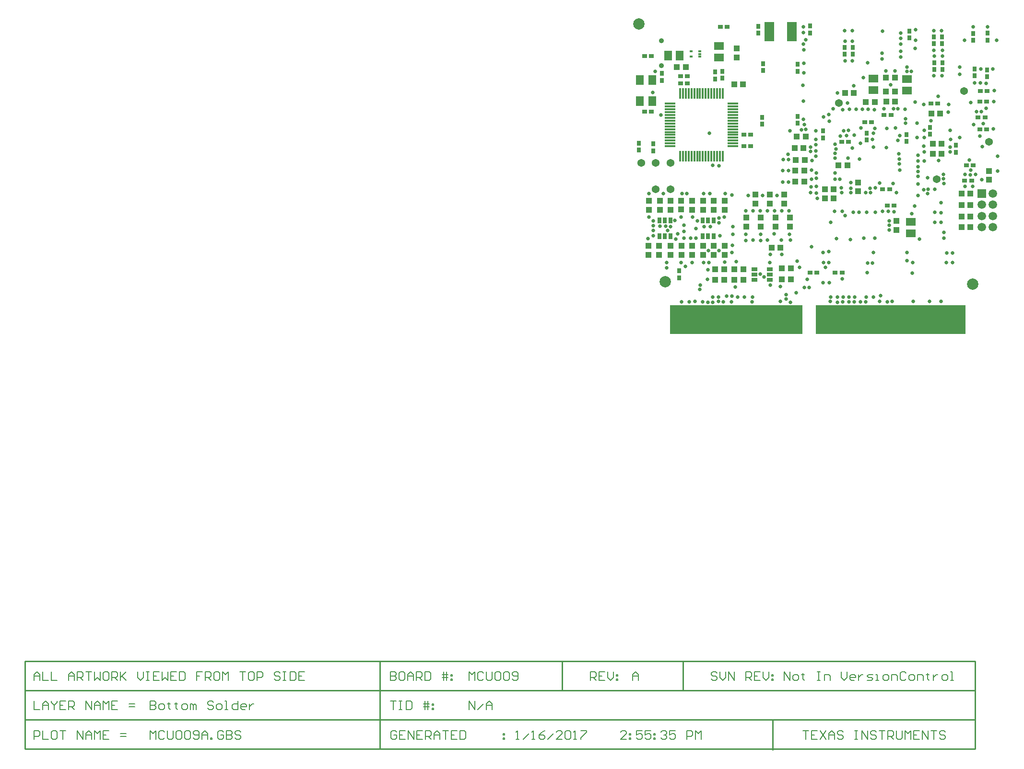
<source format=gbs>
G04 Layer_Color=16711935*
%FSAX25Y25*%
%MOIN*%
G70*
G01*
G75*
%ADD27R,0.02165X0.11024*%
%ADD39C,0.01000*%
%ADD40C,0.00800*%
%ADD41C,0.03543*%
%ADD83R,1.04095X0.20472*%
%ADD99C,0.07874*%
G04:AMPARAMS|DCode=100|XSize=27.56mil|YSize=43.31mil|CornerRadius=3.98mil|HoleSize=0mil|Usage=FLASHONLY|Rotation=0.000|XOffset=0mil|YOffset=0mil|HoleType=Round|Shape=RoundedRectangle|*
%AMROUNDEDRECTD100*
21,1,0.02756,0.03535,0,0,0.0*
21,1,0.01961,0.04331,0,0,0.0*
1,1,0.00795,0.00980,-0.01768*
1,1,0.00795,-0.00980,-0.01768*
1,1,0.00795,-0.00980,0.01768*
1,1,0.00795,0.00980,0.01768*
%
%ADD100ROUNDEDRECTD100*%
%ADD103R,0.03543X0.02756*%
%ADD104R,0.04134X0.04331*%
%ADD105R,0.02756X0.03543*%
%ADD106R,0.04331X0.04134*%
%ADD108R,0.05394X0.06694*%
%ADD109R,0.06694X0.05394*%
%ADD110C,0.05394*%
%ADD111C,0.05905*%
%ADD112R,0.05905X0.05905*%
%ADD113C,0.02594*%
%ADD114R,0.92244X0.20472*%
%ADD115O,0.07480X0.01575*%
%ADD116O,0.01575X0.07480*%
%ADD117R,0.05315X0.06693*%
%ADD118R,0.02362X0.01575*%
%ADD119R,0.06693X0.13779*%
G04:AMPARAMS|DCode=120|XSize=27.56mil|YSize=43.31mil|CornerRadius=3.98mil|HoleSize=0mil|Usage=FLASHONLY|Rotation=90.000|XOffset=0mil|YOffset=0mil|HoleType=Round|Shape=RoundedRectangle|*
%AMROUNDEDRECTD120*
21,1,0.02756,0.03535,0,0,90.0*
21,1,0.01961,0.04331,0,0,90.0*
1,1,0.00795,0.01768,0.00980*
1,1,0.00795,0.01768,-0.00980*
1,1,0.00795,-0.01768,-0.00980*
1,1,0.00795,-0.01768,0.00980*
%
%ADD120ROUNDEDRECTD120*%
G54D27*
X0690421Y0338093D02*
D03*
X0687272D02*
D03*
X0684122D02*
D03*
X0680973D02*
D03*
X0677823D02*
D03*
X0674673D02*
D03*
X0671524D02*
D03*
X0668374D02*
D03*
X0665225D02*
D03*
X0662075D02*
D03*
X0658925D02*
D03*
X0655776D02*
D03*
X0652626D02*
D03*
X0649476D02*
D03*
X0646327D02*
D03*
X0643177D02*
D03*
X0640028D02*
D03*
X0636878D02*
D03*
X0633729D02*
D03*
X0630579D02*
D03*
X0627429D02*
D03*
X0624280D02*
D03*
X0621130D02*
D03*
X0617980D02*
D03*
X0614831D02*
D03*
X0611681D02*
D03*
X0608532D02*
D03*
X0605382D02*
D03*
X0602232D02*
D03*
X0599083D02*
D03*
X0595933D02*
D03*
X0592784D02*
D03*
X0577036D02*
D03*
X0573886D02*
D03*
X0570736D02*
D03*
X0567587D02*
D03*
X0564437D02*
D03*
X0561287D02*
D03*
X0558138D02*
D03*
X0554988D02*
D03*
X0551839D02*
D03*
X0548689D02*
D03*
X0545540D02*
D03*
X0542390D02*
D03*
X0539240D02*
D03*
X0536091D02*
D03*
X0532941D02*
D03*
X0529791D02*
D03*
X0526642D02*
D03*
X0523492D02*
D03*
X0520343D02*
D03*
X0517193D02*
D03*
X0514043D02*
D03*
X0510894D02*
D03*
X0507744D02*
D03*
X0504595D02*
D03*
X0501445D02*
D03*
X0498295D02*
D03*
X0495146D02*
D03*
X0491996D02*
D03*
G54D39*
X0497200Y0080717D02*
Y0101050D01*
X0413200Y0080717D02*
Y0101050D01*
X0040000Y0080717D02*
X0700200D01*
X0040000Y0060383D02*
X0700000D01*
X0040000Y0040050D02*
X0440500D01*
X0040050Y0101050D02*
X0700200D01*
X0040050Y0040050D02*
Y0101050D01*
Y0040050D02*
X0197600D01*
X0040000D02*
Y0101050D01*
X0286500Y0040050D02*
Y0101050D01*
X0700200Y0040050D02*
Y0101050D01*
X0440500Y0040050D02*
X0700200D01*
X0559400Y0039400D02*
Y0059683D01*
G54D40*
X0126900Y0073549D02*
Y0067551D01*
X0129899D01*
X0130899Y0068550D01*
Y0069550D01*
X0129899Y0070550D01*
X0126900D01*
X0129899D01*
X0130899Y0071549D01*
Y0072549D01*
X0129899Y0073549D01*
X0126900D01*
X0133898Y0067551D02*
X0135897D01*
X0136897Y0068550D01*
Y0070550D01*
X0135897Y0071549D01*
X0133898D01*
X0132898Y0070550D01*
Y0068550D01*
X0133898Y0067551D01*
X0139896Y0072549D02*
Y0071549D01*
X0138896D01*
X0140895D01*
X0139896D01*
Y0068550D01*
X0140895Y0067551D01*
X0144894Y0072549D02*
Y0071549D01*
X0143895D01*
X0145894D01*
X0144894D01*
Y0068550D01*
X0145894Y0067551D01*
X0149893D02*
X0151892D01*
X0152892Y0068550D01*
Y0070550D01*
X0151892Y0071549D01*
X0149893D01*
X0148893Y0070550D01*
Y0068550D01*
X0149893Y0067551D01*
X0154891D02*
Y0071549D01*
X0155891D01*
X0156890Y0070550D01*
Y0067551D01*
Y0070550D01*
X0157890Y0071549D01*
X0158890Y0070550D01*
Y0067551D01*
X0170886Y0072549D02*
X0169886Y0073549D01*
X0167887D01*
X0166887Y0072549D01*
Y0071549D01*
X0167887Y0070550D01*
X0169886D01*
X0170886Y0069550D01*
Y0068550D01*
X0169886Y0067551D01*
X0167887D01*
X0166887Y0068550D01*
X0173885Y0067551D02*
X0175884D01*
X0176884Y0068550D01*
Y0070550D01*
X0175884Y0071549D01*
X0173885D01*
X0172885Y0070550D01*
Y0068550D01*
X0173885Y0067551D01*
X0178883D02*
X0180883D01*
X0179883D01*
Y0073549D01*
X0178883D01*
X0187880D02*
Y0067551D01*
X0184881D01*
X0183882Y0068550D01*
Y0070550D01*
X0184881Y0071549D01*
X0187880D01*
X0192879Y0067551D02*
X0190879D01*
X0189880Y0068550D01*
Y0070550D01*
X0190879Y0071549D01*
X0192879D01*
X0193878Y0070550D01*
Y0069550D01*
X0189880D01*
X0195878Y0071549D02*
Y0067551D01*
Y0069550D01*
X0196877Y0070550D01*
X0197877Y0071549D01*
X0198877D01*
X0567400Y0087833D02*
Y0093831D01*
X0571399Y0087833D01*
Y0093831D01*
X0574398Y0087833D02*
X0576397D01*
X0577397Y0088833D01*
Y0090832D01*
X0576397Y0091832D01*
X0574398D01*
X0573398Y0090832D01*
Y0088833D01*
X0574398Y0087833D01*
X0580396Y0092832D02*
Y0091832D01*
X0579396D01*
X0581395D01*
X0580396D01*
Y0088833D01*
X0581395Y0087833D01*
X0590393Y0093831D02*
X0592392D01*
X0591392D01*
Y0087833D01*
X0590393D01*
X0592392D01*
X0595391D02*
Y0091832D01*
X0598390D01*
X0599390Y0090832D01*
Y0087833D01*
X0607387Y0093831D02*
Y0089833D01*
X0609386Y0087833D01*
X0611386Y0089833D01*
Y0093831D01*
X0616384Y0087833D02*
X0614385D01*
X0613385Y0088833D01*
Y0090832D01*
X0614385Y0091832D01*
X0616384D01*
X0617384Y0090832D01*
Y0089833D01*
X0613385D01*
X0619383Y0091832D02*
Y0087833D01*
Y0089833D01*
X0620383Y0090832D01*
X0621383Y0091832D01*
X0622382D01*
X0625381Y0087833D02*
X0628380D01*
X0629380Y0088833D01*
X0628380Y0089833D01*
X0626381D01*
X0625381Y0090832D01*
X0626381Y0091832D01*
X0629380D01*
X0631379Y0087833D02*
X0633379D01*
X0632379D01*
Y0091832D01*
X0631379D01*
X0637377Y0087833D02*
X0639377D01*
X0640376Y0088833D01*
Y0090832D01*
X0639377Y0091832D01*
X0637377D01*
X0636378Y0090832D01*
Y0088833D01*
X0637377Y0087833D01*
X0642376D02*
Y0091832D01*
X0645375D01*
X0646374Y0090832D01*
Y0087833D01*
X0652373Y0092832D02*
X0651373Y0093831D01*
X0649373D01*
X0648374Y0092832D01*
Y0088833D01*
X0649373Y0087833D01*
X0651373D01*
X0652373Y0088833D01*
X0655372Y0087833D02*
X0657371D01*
X0658371Y0088833D01*
Y0090832D01*
X0657371Y0091832D01*
X0655372D01*
X0654372Y0090832D01*
Y0088833D01*
X0655372Y0087833D01*
X0660370D02*
Y0091832D01*
X0663369D01*
X0664369Y0090832D01*
Y0087833D01*
X0667368Y0092832D02*
Y0091832D01*
X0666368D01*
X0668367D01*
X0667368D01*
Y0088833D01*
X0668367Y0087833D01*
X0671366Y0091832D02*
Y0087833D01*
Y0089833D01*
X0672366Y0090832D01*
X0673366Y0091832D01*
X0674365D01*
X0678364Y0087833D02*
X0680364D01*
X0681363Y0088833D01*
Y0090832D01*
X0680364Y0091832D01*
X0678364D01*
X0677364Y0090832D01*
Y0088833D01*
X0678364Y0087833D01*
X0683362D02*
X0685362D01*
X0684362D01*
Y0093831D01*
X0683362D01*
X0520799Y0092832D02*
X0519799Y0093831D01*
X0517800D01*
X0516800Y0092832D01*
Y0091832D01*
X0517800Y0090832D01*
X0519799D01*
X0520799Y0089833D01*
Y0088833D01*
X0519799Y0087833D01*
X0517800D01*
X0516800Y0088833D01*
X0522798Y0093831D02*
Y0089833D01*
X0524797Y0087833D01*
X0526797Y0089833D01*
Y0093831D01*
X0528796Y0087833D02*
Y0093831D01*
X0532795Y0087833D01*
Y0093831D01*
X0540792Y0087833D02*
Y0093831D01*
X0543791D01*
X0544791Y0092832D01*
Y0090832D01*
X0543791Y0089833D01*
X0540792D01*
X0542792D02*
X0544791Y0087833D01*
X0550789Y0093831D02*
X0546790D01*
Y0087833D01*
X0550789D01*
X0546790Y0090832D02*
X0548790D01*
X0552788Y0093831D02*
Y0089833D01*
X0554788Y0087833D01*
X0556787Y0089833D01*
Y0093831D01*
X0558786Y0091832D02*
X0559786D01*
Y0090832D01*
X0558786D01*
Y0091832D01*
Y0088833D02*
X0559786D01*
Y0087833D01*
X0558786D01*
Y0088833D01*
X0433000Y0087833D02*
Y0093831D01*
X0435999D01*
X0436999Y0092832D01*
Y0090832D01*
X0435999Y0089833D01*
X0433000D01*
X0434999D02*
X0436999Y0087833D01*
X0442997Y0093831D02*
X0438998D01*
Y0087833D01*
X0442997D01*
X0438998Y0090832D02*
X0440997D01*
X0444996Y0093831D02*
Y0089833D01*
X0446995Y0087833D01*
X0448995Y0089833D01*
Y0093831D01*
X0450994Y0091832D02*
X0451994D01*
Y0090832D01*
X0450994D01*
Y0091832D01*
Y0088833D02*
X0451994D01*
Y0087833D01*
X0450994D01*
Y0088833D01*
X0126900Y0046966D02*
Y0052965D01*
X0128899Y0050965D01*
X0130899Y0052965D01*
Y0046966D01*
X0136897Y0051965D02*
X0135897Y0052965D01*
X0133898D01*
X0132898Y0051965D01*
Y0047966D01*
X0133898Y0046966D01*
X0135897D01*
X0136897Y0047966D01*
X0138896Y0052965D02*
Y0047966D01*
X0139896Y0046966D01*
X0141895D01*
X0142895Y0047966D01*
Y0052965D01*
X0144894Y0051965D02*
X0145894Y0052965D01*
X0147893D01*
X0148893Y0051965D01*
Y0047966D01*
X0147893Y0046966D01*
X0145894D01*
X0144894Y0047966D01*
Y0051965D01*
X0150892D02*
X0151892Y0052965D01*
X0153891D01*
X0154891Y0051965D01*
Y0047966D01*
X0153891Y0046966D01*
X0151892D01*
X0150892Y0047966D01*
Y0051965D01*
X0156890Y0047966D02*
X0157890Y0046966D01*
X0159889D01*
X0160889Y0047966D01*
Y0051965D01*
X0159889Y0052965D01*
X0157890D01*
X0156890Y0051965D01*
Y0050965D01*
X0157890Y0049966D01*
X0160889D01*
X0162888Y0046966D02*
Y0050965D01*
X0164888Y0052965D01*
X0166887Y0050965D01*
Y0046966D01*
Y0049966D01*
X0162888D01*
X0168886Y0046966D02*
Y0047966D01*
X0169886D01*
Y0046966D01*
X0168886D01*
X0177884Y0051965D02*
X0176884Y0052965D01*
X0174884D01*
X0173885Y0051965D01*
Y0047966D01*
X0174884Y0046966D01*
X0176884D01*
X0177884Y0047966D01*
Y0049966D01*
X0175884D01*
X0179883Y0052965D02*
Y0046966D01*
X0182882D01*
X0183882Y0047966D01*
Y0048966D01*
X0182882Y0049966D01*
X0179883D01*
X0182882D01*
X0183882Y0050965D01*
Y0051965D01*
X0182882Y0052965D01*
X0179883D01*
X0189880Y0051965D02*
X0188880Y0052965D01*
X0186881D01*
X0185881Y0051965D01*
Y0050965D01*
X0186881Y0049966D01*
X0188880D01*
X0189880Y0048966D01*
Y0047966D01*
X0188880Y0046966D01*
X0186881D01*
X0185881Y0047966D01*
X0381150Y0046966D02*
X0383149D01*
X0382150D01*
Y0052965D01*
X0381150Y0051965D01*
X0386148Y0046966D02*
X0390147Y0050965D01*
X0392146Y0046966D02*
X0394146D01*
X0393146D01*
Y0052965D01*
X0392146Y0051965D01*
X0401144Y0052965D02*
X0399144Y0051965D01*
X0397145Y0049966D01*
Y0047966D01*
X0398145Y0046966D01*
X0400144D01*
X0401144Y0047966D01*
Y0048966D01*
X0400144Y0049966D01*
X0397145D01*
X0403143Y0046966D02*
X0407142Y0050965D01*
X0413140Y0046966D02*
X0409141D01*
X0413140Y0050965D01*
Y0051965D01*
X0412140Y0052965D01*
X0410141D01*
X0409141Y0051965D01*
X0415139D02*
X0416139Y0052965D01*
X0418138D01*
X0419138Y0051965D01*
Y0047966D01*
X0418138Y0046966D01*
X0416139D01*
X0415139Y0047966D01*
Y0051965D01*
X0421137Y0046966D02*
X0423136D01*
X0422137D01*
Y0052965D01*
X0421137Y0051965D01*
X0426135Y0052965D02*
X0430134D01*
Y0051965D01*
X0426135Y0047966D01*
Y0046966D01*
X0298199Y0051965D02*
X0297199Y0052965D01*
X0295200D01*
X0294200Y0051965D01*
Y0047966D01*
X0295200Y0046966D01*
X0297199D01*
X0298199Y0047966D01*
Y0049966D01*
X0296199D01*
X0304197Y0052965D02*
X0300198D01*
Y0046966D01*
X0304197D01*
X0300198Y0049966D02*
X0302197D01*
X0306196Y0046966D02*
Y0052965D01*
X0310195Y0046966D01*
Y0052965D01*
X0316193D02*
X0312194D01*
Y0046966D01*
X0316193D01*
X0312194Y0049966D02*
X0314194D01*
X0318192Y0046966D02*
Y0052965D01*
X0321191D01*
X0322191Y0051965D01*
Y0049966D01*
X0321191Y0048966D01*
X0318192D01*
X0320192D02*
X0322191Y0046966D01*
X0324190D02*
Y0050965D01*
X0326190Y0052965D01*
X0328189Y0050965D01*
Y0046966D01*
Y0049966D01*
X0324190D01*
X0330188Y0052965D02*
X0334187D01*
X0332188D01*
Y0046966D01*
X0340185Y0052965D02*
X0336186D01*
Y0046966D01*
X0340185D01*
X0336186Y0049966D02*
X0338186D01*
X0342184Y0052965D02*
Y0046966D01*
X0345183D01*
X0346183Y0047966D01*
Y0051965D01*
X0345183Y0052965D01*
X0342184D01*
X0372175Y0050965D02*
X0373175D01*
Y0049966D01*
X0372175D01*
Y0050965D01*
Y0047966D02*
X0373175D01*
Y0046966D01*
X0372175D01*
Y0047966D01*
X0046350Y0087833D02*
Y0091832D01*
X0048349Y0093831D01*
X0050349Y0091832D01*
Y0087833D01*
Y0090832D01*
X0046350D01*
X0052348Y0093831D02*
Y0087833D01*
X0056347D01*
X0058346Y0093831D02*
Y0087833D01*
X0062345D01*
X0070342D02*
Y0091832D01*
X0072342Y0093831D01*
X0074341Y0091832D01*
Y0087833D01*
Y0090832D01*
X0070342D01*
X0076340Y0087833D02*
Y0093831D01*
X0079339D01*
X0080339Y0092832D01*
Y0090832D01*
X0079339Y0089833D01*
X0076340D01*
X0078340D02*
X0080339Y0087833D01*
X0082338Y0093831D02*
X0086337D01*
X0084338D01*
Y0087833D01*
X0088336Y0093831D02*
Y0087833D01*
X0090336Y0089833D01*
X0092335Y0087833D01*
Y0093831D01*
X0097334D02*
X0095334D01*
X0094335Y0092832D01*
Y0088833D01*
X0095334Y0087833D01*
X0097334D01*
X0098333Y0088833D01*
Y0092832D01*
X0097334Y0093831D01*
X0100332Y0087833D02*
Y0093831D01*
X0103332D01*
X0104331Y0092832D01*
Y0090832D01*
X0103332Y0089833D01*
X0100332D01*
X0102332D02*
X0104331Y0087833D01*
X0106331Y0093831D02*
Y0087833D01*
Y0089833D01*
X0110329Y0093831D01*
X0107330Y0090832D01*
X0110329Y0087833D01*
X0118327Y0093831D02*
Y0089833D01*
X0120326Y0087833D01*
X0122325Y0089833D01*
Y0093831D01*
X0124325D02*
X0126324D01*
X0125324D01*
Y0087833D01*
X0124325D01*
X0126324D01*
X0133322Y0093831D02*
X0129323D01*
Y0087833D01*
X0133322D01*
X0129323Y0090832D02*
X0131323D01*
X0135321Y0093831D02*
Y0087833D01*
X0137321Y0089833D01*
X0139320Y0087833D01*
Y0093831D01*
X0145318D02*
X0141319D01*
Y0087833D01*
X0145318D01*
X0141319Y0090832D02*
X0143319D01*
X0147317Y0093831D02*
Y0087833D01*
X0150316D01*
X0151316Y0088833D01*
Y0092832D01*
X0150316Y0093831D01*
X0147317D01*
X0163312D02*
X0159313D01*
Y0090832D01*
X0161313D01*
X0159313D01*
Y0087833D01*
X0165312D02*
Y0093831D01*
X0168310D01*
X0169310Y0092832D01*
Y0090832D01*
X0168310Y0089833D01*
X0165312D01*
X0167311D02*
X0169310Y0087833D01*
X0174309Y0093831D02*
X0172309D01*
X0171310Y0092832D01*
Y0088833D01*
X0172309Y0087833D01*
X0174309D01*
X0175308Y0088833D01*
Y0092832D01*
X0174309Y0093831D01*
X0177308Y0087833D02*
Y0093831D01*
X0179307Y0091832D01*
X0181306Y0093831D01*
Y0087833D01*
X0189304Y0093831D02*
X0193303D01*
X0191303D01*
Y0087833D01*
X0198301Y0093831D02*
X0196301D01*
X0195302Y0092832D01*
Y0088833D01*
X0196301Y0087833D01*
X0198301D01*
X0199301Y0088833D01*
Y0092832D01*
X0198301Y0093831D01*
X0201300Y0087833D02*
Y0093831D01*
X0204299D01*
X0205299Y0092832D01*
Y0090832D01*
X0204299Y0089833D01*
X0201300D01*
X0217295Y0092832D02*
X0216295Y0093831D01*
X0214296D01*
X0213296Y0092832D01*
Y0091832D01*
X0214296Y0090832D01*
X0216295D01*
X0217295Y0089833D01*
Y0088833D01*
X0216295Y0087833D01*
X0214296D01*
X0213296Y0088833D01*
X0219294Y0093831D02*
X0221293D01*
X0220294D01*
Y0087833D01*
X0219294D01*
X0221293D01*
X0224292Y0093831D02*
Y0087833D01*
X0227291D01*
X0228291Y0088833D01*
Y0092832D01*
X0227291Y0093831D01*
X0224292D01*
X0234289D02*
X0230291D01*
Y0087833D01*
X0234289D01*
X0230291Y0090832D02*
X0232290D01*
X0462150Y0087833D02*
Y0091832D01*
X0464149Y0093831D01*
X0466149Y0091832D01*
Y0087833D01*
Y0090832D01*
X0462150D01*
X0348550Y0087833D02*
Y0093831D01*
X0350549Y0091832D01*
X0352549Y0093831D01*
Y0087833D01*
X0358547Y0092832D02*
X0357547Y0093831D01*
X0355548D01*
X0354548Y0092832D01*
Y0088833D01*
X0355548Y0087833D01*
X0357547D01*
X0358547Y0088833D01*
X0360546Y0093831D02*
Y0088833D01*
X0361546Y0087833D01*
X0363545D01*
X0364545Y0088833D01*
Y0093831D01*
X0366544Y0092832D02*
X0367544Y0093831D01*
X0369543D01*
X0370543Y0092832D01*
Y0088833D01*
X0369543Y0087833D01*
X0367544D01*
X0366544Y0088833D01*
Y0092832D01*
X0372542D02*
X0373542Y0093831D01*
X0375541D01*
X0376541Y0092832D01*
Y0088833D01*
X0375541Y0087833D01*
X0373542D01*
X0372542Y0088833D01*
Y0092832D01*
X0378540Y0088833D02*
X0379540Y0087833D01*
X0381539D01*
X0382539Y0088833D01*
Y0092832D01*
X0381539Y0093831D01*
X0379540D01*
X0378540Y0092832D01*
Y0091832D01*
X0379540Y0090832D01*
X0382539D01*
X0294000Y0093831D02*
Y0087833D01*
X0296999D01*
X0297999Y0088833D01*
Y0089833D01*
X0296999Y0090832D01*
X0294000D01*
X0296999D01*
X0297999Y0091832D01*
Y0092832D01*
X0296999Y0093831D01*
X0294000D01*
X0302997D02*
X0300998D01*
X0299998Y0092832D01*
Y0088833D01*
X0300998Y0087833D01*
X0302997D01*
X0303997Y0088833D01*
Y0092832D01*
X0302997Y0093831D01*
X0305996Y0087833D02*
Y0091832D01*
X0307996Y0093831D01*
X0309995Y0091832D01*
Y0087833D01*
Y0090832D01*
X0305996D01*
X0311994Y0087833D02*
Y0093831D01*
X0314993D01*
X0315993Y0092832D01*
Y0090832D01*
X0314993Y0089833D01*
X0311994D01*
X0313994D02*
X0315993Y0087833D01*
X0317992Y0093831D02*
Y0087833D01*
X0320991D01*
X0321991Y0088833D01*
Y0092832D01*
X0320991Y0093831D01*
X0317992D01*
X0330988Y0087833D02*
Y0093831D01*
X0332987D02*
Y0087833D01*
X0329988Y0091832D02*
X0332987D01*
X0333987D01*
X0329988Y0089833D02*
X0333987D01*
X0335986Y0091832D02*
X0336986D01*
Y0090832D01*
X0335986D01*
Y0091832D01*
Y0088833D02*
X0336986D01*
Y0087833D01*
X0335986D01*
Y0088833D01*
X0046350Y0073549D02*
Y0067551D01*
X0050349D01*
X0052348D02*
Y0071549D01*
X0054347Y0073549D01*
X0056347Y0071549D01*
Y0067551D01*
Y0070550D01*
X0052348D01*
X0058346Y0073549D02*
Y0072549D01*
X0060346Y0070550D01*
X0062345Y0072549D01*
Y0073549D01*
X0060346Y0070550D02*
Y0067551D01*
X0068343Y0073549D02*
X0064344D01*
Y0067551D01*
X0068343D01*
X0064344Y0070550D02*
X0066343D01*
X0070342Y0067551D02*
Y0073549D01*
X0073341D01*
X0074341Y0072549D01*
Y0070550D01*
X0073341Y0069550D01*
X0070342D01*
X0072342D02*
X0074341Y0067551D01*
X0082338D02*
Y0073549D01*
X0086337Y0067551D01*
Y0073549D01*
X0088336Y0067551D02*
Y0071549D01*
X0090336Y0073549D01*
X0092335Y0071549D01*
Y0067551D01*
Y0070550D01*
X0088336D01*
X0094335Y0067551D02*
Y0073549D01*
X0096334Y0071549D01*
X0098333Y0073549D01*
Y0067551D01*
X0104331Y0073549D02*
X0100332D01*
Y0067551D01*
X0104331D01*
X0100332Y0070550D02*
X0102332D01*
X0112329Y0069550D02*
X0116327D01*
X0112329Y0071549D02*
X0116327D01*
X0046350Y0046966D02*
Y0052965D01*
X0049349D01*
X0050349Y0051965D01*
Y0049966D01*
X0049349Y0048966D01*
X0046350D01*
X0052348Y0052965D02*
Y0046966D01*
X0056347D01*
X0061345Y0052965D02*
X0059346D01*
X0058346Y0051965D01*
Y0047966D01*
X0059346Y0046966D01*
X0061345D01*
X0062345Y0047966D01*
Y0051965D01*
X0061345Y0052965D01*
X0064344D02*
X0068343D01*
X0066343D01*
Y0046966D01*
X0076340D02*
Y0052965D01*
X0080339Y0046966D01*
Y0052965D01*
X0082338Y0046966D02*
Y0050965D01*
X0084338Y0052965D01*
X0086337Y0050965D01*
Y0046966D01*
Y0049966D01*
X0082338D01*
X0088336Y0046966D02*
Y0052965D01*
X0090336Y0050965D01*
X0092335Y0052965D01*
Y0046966D01*
X0098333Y0052965D02*
X0094335D01*
Y0046966D01*
X0098333D01*
X0094335Y0049966D02*
X0096334D01*
X0106331Y0048966D02*
X0110329D01*
X0106331Y0050965D02*
X0110329D01*
X0458049Y0046966D02*
X0454050D01*
X0458049Y0050965D01*
Y0051965D01*
X0457049Y0052965D01*
X0455050D01*
X0454050Y0051965D01*
X0460048Y0050965D02*
X0461048D01*
Y0049966D01*
X0460048D01*
Y0050965D01*
Y0047966D02*
X0461048D01*
Y0046966D01*
X0460048D01*
Y0047966D01*
X0469045Y0052965D02*
X0465046D01*
Y0049966D01*
X0467046Y0050965D01*
X0468046D01*
X0469045Y0049966D01*
Y0047966D01*
X0468046Y0046966D01*
X0466046D01*
X0465046Y0047966D01*
X0475043Y0052965D02*
X0471044D01*
Y0049966D01*
X0473044Y0050965D01*
X0474044D01*
X0475043Y0049966D01*
Y0047966D01*
X0474044Y0046966D01*
X0472044D01*
X0471044Y0047966D01*
X0477043Y0050965D02*
X0478042D01*
Y0049966D01*
X0477043D01*
Y0050965D01*
Y0047966D02*
X0478042D01*
Y0046966D01*
X0477043D01*
Y0047966D01*
X0482041Y0051965D02*
X0483041Y0052965D01*
X0485040D01*
X0486040Y0051965D01*
Y0050965D01*
X0485040Y0049966D01*
X0484040D01*
X0485040D01*
X0486040Y0048966D01*
Y0047966D01*
X0485040Y0046966D01*
X0483041D01*
X0482041Y0047966D01*
X0492038Y0052965D02*
X0488039D01*
Y0049966D01*
X0490038Y0050965D01*
X0491038D01*
X0492038Y0049966D01*
Y0047966D01*
X0491038Y0046966D01*
X0489039D01*
X0488039Y0047966D01*
X0500035Y0046966D02*
Y0052965D01*
X0503034D01*
X0504034Y0051965D01*
Y0049966D01*
X0503034Y0048966D01*
X0500035D01*
X0506033Y0046966D02*
Y0052965D01*
X0508033Y0050965D01*
X0510032Y0052965D01*
Y0046966D01*
X0580500Y0052965D02*
X0584499D01*
X0582499D01*
Y0046966D01*
X0590497Y0052965D02*
X0586498D01*
Y0046966D01*
X0590497D01*
X0586498Y0049966D02*
X0588497D01*
X0592496Y0052965D02*
X0596495Y0046966D01*
Y0052965D02*
X0592496Y0046966D01*
X0598494D02*
Y0050965D01*
X0600493Y0052965D01*
X0602493Y0050965D01*
Y0046966D01*
Y0049966D01*
X0598494D01*
X0608491Y0051965D02*
X0607491Y0052965D01*
X0605492D01*
X0604492Y0051965D01*
Y0050965D01*
X0605492Y0049966D01*
X0607491D01*
X0608491Y0048966D01*
Y0047966D01*
X0607491Y0046966D01*
X0605492D01*
X0604492Y0047966D01*
X0616488Y0052965D02*
X0618488D01*
X0617488D01*
Y0046966D01*
X0616488D01*
X0618488D01*
X0621487D02*
Y0052965D01*
X0625486Y0046966D01*
Y0052965D01*
X0631484Y0051965D02*
X0630484Y0052965D01*
X0628484D01*
X0627485Y0051965D01*
Y0050965D01*
X0628484Y0049966D01*
X0630484D01*
X0631484Y0048966D01*
Y0047966D01*
X0630484Y0046966D01*
X0628484D01*
X0627485Y0047966D01*
X0633483Y0052965D02*
X0637482D01*
X0635482D01*
Y0046966D01*
X0639481D02*
Y0052965D01*
X0642480D01*
X0643480Y0051965D01*
Y0049966D01*
X0642480Y0048966D01*
X0639481D01*
X0641480D02*
X0643480Y0046966D01*
X0645479Y0052965D02*
Y0047966D01*
X0646479Y0046966D01*
X0648478D01*
X0649478Y0047966D01*
Y0052965D01*
X0651477Y0046966D02*
Y0052965D01*
X0653476Y0050965D01*
X0655476Y0052965D01*
Y0046966D01*
X0661474Y0052965D02*
X0657475D01*
Y0046966D01*
X0661474D01*
X0657475Y0049966D02*
X0659474D01*
X0663473Y0046966D02*
Y0052965D01*
X0667472Y0046966D01*
Y0052965D01*
X0669471D02*
X0673470D01*
X0671471D01*
Y0046966D01*
X0679468Y0051965D02*
X0678468Y0052965D01*
X0676469D01*
X0675469Y0051965D01*
Y0050965D01*
X0676469Y0049966D01*
X0678468D01*
X0679468Y0048966D01*
Y0047966D01*
X0678468Y0046966D01*
X0676469D01*
X0675469Y0047966D01*
X0294000Y0073498D02*
X0297999D01*
X0295999D01*
Y0067500D01*
X0299998Y0073498D02*
X0301997D01*
X0300998D01*
Y0067500D01*
X0299998D01*
X0301997D01*
X0304996Y0073498D02*
Y0067500D01*
X0307996D01*
X0308995Y0068500D01*
Y0072498D01*
X0307996Y0073498D01*
X0304996D01*
X0317992Y0067500D02*
Y0073498D01*
X0319992D02*
Y0067500D01*
X0316993Y0071499D02*
X0319992D01*
X0320991D01*
X0316993Y0069499D02*
X0320991D01*
X0322991Y0071499D02*
X0323990D01*
Y0070499D01*
X0322991D01*
Y0071499D01*
Y0068500D02*
X0323990D01*
Y0067500D01*
X0322991D01*
Y0068500D01*
X0348550Y0067500D02*
Y0073498D01*
X0352549Y0067500D01*
Y0073498D01*
X0354548Y0067500D02*
X0358547Y0071499D01*
X0360546Y0067500D02*
Y0071499D01*
X0362545Y0073498D01*
X0364545Y0071499D01*
Y0067500D01*
Y0070499D01*
X0360546D01*
G54D41*
X0482140Y0532908D02*
D03*
Y0515585D02*
D03*
G54D83*
X0641681Y0338880D02*
D03*
G54D99*
X0466700Y0544400D02*
D03*
X0698390Y0363660D02*
D03*
X0484890Y0365160D02*
D03*
G54D100*
X0480960Y0407813D02*
D03*
X0484700D02*
D03*
X0488440D02*
D03*
Y0396987D02*
D03*
X0484700D02*
D03*
X0480960D02*
D03*
X0518440Y0396987D02*
D03*
X0514700D02*
D03*
X0510960D02*
D03*
Y0407813D02*
D03*
X0514700D02*
D03*
X0518440D02*
D03*
G54D103*
X0590252Y0371660D02*
D03*
X0585528D02*
D03*
X0603028D02*
D03*
X0607752D02*
D03*
X0636028Y0429560D02*
D03*
X0640752D02*
D03*
X0475252Y0483660D02*
D03*
X0470528D02*
D03*
X0495547Y0508144D02*
D03*
X0500272D02*
D03*
X0607528Y0462360D02*
D03*
X0612252D02*
D03*
X0643842Y0418159D02*
D03*
X0639117D02*
D03*
X0623528Y0476160D02*
D03*
X0628252D02*
D03*
X0641752Y0481160D02*
D03*
X0637028D02*
D03*
X0669528Y0489160D02*
D03*
X0674252D02*
D03*
X0693028Y0435660D02*
D03*
X0697752D02*
D03*
X0708252Y0490660D02*
D03*
X0703528D02*
D03*
X0702338Y0479400D02*
D03*
X0707062D02*
D03*
X0527899Y0542451D02*
D03*
X0523175D02*
D03*
X0539528Y0467660D02*
D03*
X0544252D02*
D03*
X0539547Y0459644D02*
D03*
X0544272D02*
D03*
X0470547Y0522144D02*
D03*
X0475272D02*
D03*
X0495547Y0503144D02*
D03*
X0500272D02*
D03*
X0708252Y0471160D02*
D03*
X0703528D02*
D03*
X0703838Y0497900D02*
D03*
X0708562D02*
D03*
X0694228Y0446160D02*
D03*
X0698952D02*
D03*
G54D104*
X0541200Y0409709D02*
D03*
Y0403410D02*
D03*
X0547390Y0419511D02*
D03*
Y0425810D02*
D03*
X0551200Y0409709D02*
D03*
Y0403410D02*
D03*
X0557390Y0419511D02*
D03*
Y0425810D02*
D03*
X0561390Y0409709D02*
D03*
Y0403410D02*
D03*
X0567390Y0419511D02*
D03*
Y0425810D02*
D03*
X0571390Y0409709D02*
D03*
Y0403410D02*
D03*
X0473700Y0415250D02*
D03*
Y0421550D02*
D03*
X0495890Y0415361D02*
D03*
Y0421660D02*
D03*
X0496200Y0390050D02*
D03*
Y0383750D02*
D03*
X0473200Y0390050D02*
D03*
Y0383750D02*
D03*
X0526200Y0383750D02*
D03*
Y0390050D02*
D03*
X0503700Y0383750D02*
D03*
Y0390050D02*
D03*
Y0421550D02*
D03*
Y0415250D02*
D03*
X0526200Y0421550D02*
D03*
Y0415250D02*
D03*
X0518700Y0390050D02*
D03*
Y0383750D02*
D03*
X0511200Y0390050D02*
D03*
Y0383750D02*
D03*
Y0415250D02*
D03*
Y0421550D02*
D03*
X0518700Y0415250D02*
D03*
Y0421550D02*
D03*
X0481200Y0421549D02*
D03*
Y0415250D02*
D03*
X0488700Y0421550D02*
D03*
Y0415250D02*
D03*
X0488700Y0383750D02*
D03*
Y0390050D02*
D03*
X0480700Y0383751D02*
D03*
Y0390050D02*
D03*
X0645700Y0401250D02*
D03*
Y0407550D02*
D03*
X0534444Y0527574D02*
D03*
Y0521275D02*
D03*
X0618890Y0428010D02*
D03*
Y0434310D02*
D03*
X0709890Y0442310D02*
D03*
Y0436011D02*
D03*
G54D105*
X0576890Y0516384D02*
D03*
Y0511660D02*
D03*
X0494410Y0367963D02*
D03*
Y0372688D02*
D03*
X0624890Y0463798D02*
D03*
Y0468522D02*
D03*
X0668890Y0472522D02*
D03*
Y0467798D02*
D03*
X0594390Y0465298D02*
D03*
Y0470022D02*
D03*
X0482390Y0510022D02*
D03*
Y0505298D02*
D03*
X0549578Y0538134D02*
D03*
Y0542858D02*
D03*
X0652390Y0462798D02*
D03*
Y0467522D02*
D03*
X0585390Y0543022D02*
D03*
Y0538298D02*
D03*
X0552989Y0512062D02*
D03*
Y0516786D02*
D03*
X0552089Y0479486D02*
D03*
Y0474762D02*
D03*
X0577012Y0475384D02*
D03*
Y0480109D02*
D03*
X0686890Y0455298D02*
D03*
Y0460022D02*
D03*
X0654390Y0534898D02*
D03*
Y0539622D02*
D03*
X0699024Y0533246D02*
D03*
Y0537970D02*
D03*
X0708898Y0533297D02*
D03*
Y0538021D02*
D03*
X0466410Y0461506D02*
D03*
Y0456782D02*
D03*
X0476410Y0461006D02*
D03*
Y0456282D02*
D03*
X0519390Y0511022D02*
D03*
Y0506298D02*
D03*
X0609700Y0523338D02*
D03*
Y0528062D02*
D03*
X0615200Y0523338D02*
D03*
Y0528062D02*
D03*
X0671700Y0530738D02*
D03*
Y0535462D02*
D03*
X0677200D02*
D03*
Y0530738D02*
D03*
X0671890Y0512936D02*
D03*
Y0517660D02*
D03*
X0677390D02*
D03*
Y0512936D02*
D03*
X0524390Y0506798D02*
D03*
Y0511522D02*
D03*
X0708390Y0507936D02*
D03*
Y0512660D02*
D03*
X0699890Y0508436D02*
D03*
Y0513160D02*
D03*
G54D106*
X0630540Y0490160D02*
D03*
X0624240D02*
D03*
X0644540Y0507160D02*
D03*
X0638240D02*
D03*
X0644689Y0490660D02*
D03*
X0638390D02*
D03*
X0644540Y0497660D02*
D03*
X0638240D02*
D03*
X0566050Y0366900D02*
D03*
X0572350D02*
D03*
X0519550Y0366400D02*
D03*
X0525849D02*
D03*
X0519550Y0373900D02*
D03*
X0525849D02*
D03*
X0595740Y0423160D02*
D03*
X0602040D02*
D03*
X0595740Y0429660D02*
D03*
X0602039D02*
D03*
X0572349Y0374400D02*
D03*
X0566050D02*
D03*
X0533050Y0366400D02*
D03*
X0539350D02*
D03*
X0533050Y0373900D02*
D03*
X0539350D02*
D03*
X0697040Y0426660D02*
D03*
X0690740D02*
D03*
X0697040Y0418660D02*
D03*
X0690740D02*
D03*
X0697040Y0410660D02*
D03*
X0690740D02*
D03*
X0697040Y0403160D02*
D03*
X0690740D02*
D03*
X0532740Y0502660D02*
D03*
X0539040D02*
D03*
X0582540Y0466160D02*
D03*
X0576240D02*
D03*
X0581040Y0458160D02*
D03*
X0574740D02*
D03*
X0605240Y0446160D02*
D03*
X0611540D02*
D03*
X0492760Y0514644D02*
D03*
X0499059D02*
D03*
X0670740Y0454160D02*
D03*
X0677040D02*
D03*
X0676040Y0482160D02*
D03*
X0669740D02*
D03*
X0581750Y0449900D02*
D03*
X0575450D02*
D03*
X0581650Y0434900D02*
D03*
X0575350D02*
D03*
X0581650Y0442400D02*
D03*
X0575350D02*
D03*
X0565040Y0388960D02*
D03*
X0558740D02*
D03*
X0609740Y0496660D02*
D03*
X0616040D02*
D03*
X0670740Y0461160D02*
D03*
X0677040D02*
D03*
G54D108*
X0494910Y0522644D02*
D03*
X0486910D02*
D03*
G54D109*
X0629390Y0506660D02*
D03*
Y0498660D02*
D03*
X0652890Y0498160D02*
D03*
Y0506160D02*
D03*
X0655700Y0398900D02*
D03*
Y0406900D02*
D03*
X0522147Y0521189D02*
D03*
Y0529189D02*
D03*
G54D110*
X0468200Y0447900D02*
D03*
X0673700Y0436400D02*
D03*
X0478200Y0429400D02*
D03*
Y0447900D02*
D03*
X0709890Y0462660D02*
D03*
X0692700Y0497900D02*
D03*
X0488700Y0429400D02*
D03*
X0605390Y0489660D02*
D03*
X0488700Y0447900D02*
D03*
G54D111*
X0712626Y0426635D02*
D03*
Y0418761D02*
D03*
Y0410887D02*
D03*
Y0403013D02*
D03*
X0704752D02*
D03*
Y0410887D02*
D03*
Y0418761D02*
D03*
G54D112*
Y0426635D02*
D03*
G54D113*
X0586590Y0389560D02*
D03*
X0596090Y0375260D02*
D03*
X0579390Y0470960D02*
D03*
X0693190Y0431660D02*
D03*
X0585990Y0455760D02*
D03*
X0585890Y0458760D02*
D03*
X0582390Y0471160D02*
D03*
X0640390Y0404660D02*
D03*
X0678290Y0439860D02*
D03*
Y0436760D02*
D03*
X0678390Y0433560D02*
D03*
X0655890Y0511660D02*
D03*
X0652890D02*
D03*
X0636890Y0485660D02*
D03*
X0617590Y0485160D02*
D03*
X0643390Y0485660D02*
D03*
X0646390D02*
D03*
X0651390Y0485160D02*
D03*
X0674390Y0494160D02*
D03*
X0664790Y0465360D02*
D03*
X0664940Y0470410D02*
D03*
X0669590Y0477060D02*
D03*
X0664390Y0459660D02*
D03*
X0659890Y0465660D02*
D03*
X0681390Y0483160D02*
D03*
X0644790Y0472160D02*
D03*
X0647890Y0466760D02*
D03*
X0638990Y0471760D02*
D03*
X0651990Y0475360D02*
D03*
X0659890Y0475660D02*
D03*
X0647890Y0442760D02*
D03*
X0660390Y0425160D02*
D03*
X0667090Y0426360D02*
D03*
X0672290Y0429460D02*
D03*
X0660490Y0433260D02*
D03*
X0664590Y0429060D02*
D03*
X0492290Y0394860D02*
D03*
X0583690Y0366860D02*
D03*
X0578090Y0375160D02*
D03*
X0576390Y0379660D02*
D03*
X0533390Y0361460D02*
D03*
X0522290Y0386960D02*
D03*
X0514990Y0386860D02*
D03*
X0497890Y0404660D02*
D03*
Y0400160D02*
D03*
X0493390Y0398660D02*
D03*
X0497990Y0395360D02*
D03*
X0486690Y0400860D02*
D03*
X0515090Y0378560D02*
D03*
X0514590Y0373660D02*
D03*
X0503390Y0378360D02*
D03*
X0498990Y0375960D02*
D03*
X0485990Y0374860D02*
D03*
X0485890Y0378560D02*
D03*
X0495890Y0378660D02*
D03*
X0511390D02*
D03*
X0476390Y0404160D02*
D03*
X0502390Y0395660D02*
D03*
X0531890Y0398160D02*
D03*
Y0403660D02*
D03*
X0488390D02*
D03*
X0472890Y0395160D02*
D03*
X0476390Y0407660D02*
D03*
X0473390Y0410160D02*
D03*
X0495890D02*
D03*
X0503890D02*
D03*
X0506290Y0395560D02*
D03*
X0522990Y0397260D02*
D03*
X0525890Y0410160D02*
D03*
X0531190Y0425360D02*
D03*
X0526390Y0426660D02*
D03*
X0515890D02*
D03*
X0499890D02*
D03*
X0515590Y0468360D02*
D03*
X0514290Y0366760D02*
D03*
X0473390Y0426660D02*
D03*
X0483390D02*
D03*
X0496390D02*
D03*
X0511390D02*
D03*
X0517890Y0446160D02*
D03*
X0477890Y0511660D02*
D03*
X0580890Y0538660D02*
D03*
Y0542660D02*
D03*
X0652890Y0514660D02*
D03*
X0570390Y0434660D02*
D03*
X0566390Y0434560D02*
D03*
X0570390Y0442660D02*
D03*
X0566390D02*
D03*
X0570390Y0450160D02*
D03*
X0586890Y0449660D02*
D03*
X0624190Y0427160D02*
D03*
X0627590D02*
D03*
X0627090Y0430260D02*
D03*
X0598890Y0476760D02*
D03*
X0613890Y0427160D02*
D03*
Y0430160D02*
D03*
X0607390Y0427160D02*
D03*
X0613890Y0434160D02*
D03*
X0640390Y0401160D02*
D03*
Y0407660D02*
D03*
X0630390Y0395660D02*
D03*
X0622890D02*
D03*
X0609890Y0411160D02*
D03*
X0607890Y0414160D02*
D03*
X0603890Y0395160D02*
D03*
X0599890Y0406660D02*
D03*
X0598890Y0364660D02*
D03*
X0594390D02*
D03*
X0607890Y0367160D02*
D03*
X0674890Y0449660D02*
D03*
X0658390Y0490160D02*
D03*
X0664390Y0488660D02*
D03*
X0689390Y0465660D02*
D03*
X0715890Y0442160D02*
D03*
Y0452660D02*
D03*
X0712890Y0471660D02*
D03*
X0713390Y0498160D02*
D03*
X0689390Y0509660D02*
D03*
Y0514660D02*
D03*
X0699890Y0503660D02*
D03*
X0703890D02*
D03*
X0708890Y0542660D02*
D03*
X0677390Y0522160D02*
D03*
Y0526160D02*
D03*
X0671890Y0522160D02*
D03*
X0671690Y0508360D02*
D03*
Y0526260D02*
D03*
X0692790Y0533060D02*
D03*
X0698990Y0542660D02*
D03*
X0604490Y0496660D02*
D03*
X0598390Y0481660D02*
D03*
X0606490Y0466660D02*
D03*
X0594990Y0479860D02*
D03*
X0504890Y0346760D02*
D03*
X0614990Y0458260D02*
D03*
X0619790Y0450660D02*
D03*
X0628990Y0464260D02*
D03*
X0664890Y0449060D02*
D03*
X0660390Y0445160D02*
D03*
X0660490Y0438460D02*
D03*
X0667290Y0437560D02*
D03*
X0678390Y0395660D02*
D03*
Y0399660D02*
D03*
X0676390Y0406660D02*
D03*
X0696890Y0439660D02*
D03*
X0565890Y0346660D02*
D03*
X0505390Y0351660D02*
D03*
X0501390Y0351160D02*
D03*
X0496390Y0347160D02*
D03*
X0501290D02*
D03*
X0508890Y0359860D02*
D03*
X0510890Y0351160D02*
D03*
X0615390Y0413660D02*
D03*
X0624890D02*
D03*
X0585890Y0427160D02*
D03*
X0608990Y0470260D02*
D03*
X0612190Y0470360D02*
D03*
X0509190Y0362960D02*
D03*
X0598490Y0386060D02*
D03*
X0531090Y0355260D02*
D03*
X0527590D02*
D03*
X0525890Y0346660D02*
D03*
X0491690Y0407760D02*
D03*
X0658190Y0417860D02*
D03*
X0652990Y0379960D02*
D03*
X0612390Y0346660D02*
D03*
X0616390Y0354660D02*
D03*
X0612390D02*
D03*
X0608390D02*
D03*
X0566890Y0450160D02*
D03*
X0619390Y0413660D02*
D03*
X0630890D02*
D03*
X0535290Y0354660D02*
D03*
X0539890Y0346660D02*
D03*
X0548990D02*
D03*
X0521890Y0354660D02*
D03*
X0517890D02*
D03*
X0688390Y0346660D02*
D03*
X0679890D02*
D03*
X0676390D02*
D03*
X0671390D02*
D03*
X0665390D02*
D03*
X0661390D02*
D03*
X0657390D02*
D03*
X0653390D02*
D03*
X0643390D02*
D03*
X0624390Y0354660D02*
D03*
X0561390Y0346660D02*
D03*
X0545390Y0354660D02*
D03*
Y0346660D02*
D03*
X0539890Y0354660D02*
D03*
X0535890Y0346660D02*
D03*
X0530890D02*
D03*
X0521890D02*
D03*
X0517890D02*
D03*
X0513890D02*
D03*
X0652890Y0385660D02*
D03*
X0676390Y0413160D02*
D03*
Y0420160D02*
D03*
X0705890Y0475160D02*
D03*
X0648390Y0525660D02*
D03*
Y0521660D02*
D03*
X0658390Y0527660D02*
D03*
X0648390Y0530660D02*
D03*
Y0534660D02*
D03*
X0648572Y0538160D02*
D03*
X0580690Y0501860D02*
D03*
X0580990Y0478260D02*
D03*
X0581090Y0526360D02*
D03*
X0580890Y0530460D02*
D03*
X0635890Y0414160D02*
D03*
X0602390D02*
D03*
X0590390Y0423160D02*
D03*
X0522090Y0445960D02*
D03*
X0481890Y0481160D02*
D03*
X0550890Y0370660D02*
D03*
X0565890Y0384160D02*
D03*
X0557890D02*
D03*
X0540890Y0414660D02*
D03*
X0560890D02*
D03*
X0570890D02*
D03*
X0550890D02*
D03*
X0542390Y0425160D02*
D03*
X0552390D02*
D03*
X0562390D02*
D03*
X0625390Y0517660D02*
D03*
X0635390Y0524160D02*
D03*
X0582690Y0533560D02*
D03*
X0568890Y0356160D02*
D03*
X0629390Y0385420D02*
D03*
X0604390Y0354660D02*
D03*
X0616390Y0346660D02*
D03*
X0608390D02*
D03*
X0604390D02*
D03*
X0599390D02*
D03*
X0599790Y0354660D02*
D03*
X0639890Y0414160D02*
D03*
X0660390Y0453160D02*
D03*
Y0449160D02*
D03*
X0581390Y0361160D02*
D03*
X0575890Y0357560D02*
D03*
X0568890Y0353160D02*
D03*
X0571790Y0350860D02*
D03*
X0569590Y0347160D02*
D03*
X0584890Y0361160D02*
D03*
X0629590Y0354460D02*
D03*
X0634590Y0346860D02*
D03*
X0589490Y0470260D02*
D03*
X0633890Y0433760D02*
D03*
X0643890Y0413860D02*
D03*
X0611390Y0489360D02*
D03*
X0638390Y0458660D02*
D03*
X0565690Y0394260D02*
D03*
X0555790D02*
D03*
X0540990Y0398060D02*
D03*
X0551190D02*
D03*
X0560690Y0398460D02*
D03*
X0571290Y0398160D02*
D03*
X0620990Y0472060D02*
D03*
X0616290Y0467060D02*
D03*
X0629590Y0458960D02*
D03*
X0630690Y0471960D02*
D03*
X0620390Y0461660D02*
D03*
X0602890Y0454660D02*
D03*
X0602790Y0460760D02*
D03*
X0607290Y0430660D02*
D03*
X0602890Y0451160D02*
D03*
X0611890D02*
D03*
X0646590Y0463360D02*
D03*
X0630090Y0484860D02*
D03*
X0612890Y0485160D02*
D03*
X0625890D02*
D03*
X0621890D02*
D03*
X0601590Y0485360D02*
D03*
X0615890Y0501560D02*
D03*
X0606190Y0436660D02*
D03*
X0602890Y0440960D02*
D03*
X0602790Y0436660D02*
D03*
X0629390Y0468460D02*
D03*
X0545890Y0414560D02*
D03*
X0564890Y0361960D02*
D03*
X0555890Y0414560D02*
D03*
X0481090Y0403760D02*
D03*
X0485090D02*
D03*
X0476190Y0496760D02*
D03*
X0565790Y0414560D02*
D03*
X0553590Y0368660D02*
D03*
X0531290Y0385460D02*
D03*
X0534190Y0379060D02*
D03*
X0635890Y0539660D02*
D03*
X0661690Y0394760D02*
D03*
X0658890Y0540660D02*
D03*
X0658990Y0533060D02*
D03*
X0704090Y0513160D02*
D03*
X0712590D02*
D03*
X0699090Y0474560D02*
D03*
X0703390Y0466660D02*
D03*
X0581690Y0474360D02*
D03*
X0647190Y0454260D02*
D03*
X0647390Y0447160D02*
D03*
Y0450660D02*
D03*
X0701090Y0483560D02*
D03*
X0557690Y0378560D02*
D03*
X0581190Y0510660D02*
D03*
Y0517160D02*
D03*
X0700590Y0439860D02*
D03*
X0704890Y0436060D02*
D03*
X0696290Y0449860D02*
D03*
X0645490Y0427260D02*
D03*
X0622490Y0507060D02*
D03*
X0677190Y0508360D02*
D03*
X0682790Y0455560D02*
D03*
X0682890Y0458760D02*
D03*
X0681890Y0488660D02*
D03*
X0641390Y0502160D02*
D03*
X0638190Y0511960D02*
D03*
X0610990Y0466860D02*
D03*
X0531490Y0390660D02*
D03*
X0630890Y0430460D02*
D03*
X0643190Y0433660D02*
D03*
X0693290Y0439860D02*
D03*
X0656190Y0412360D02*
D03*
X0715090Y0533160D02*
D03*
X0707990Y0503260D02*
D03*
X0613490Y0394360D02*
D03*
X0609790Y0532560D02*
D03*
X0614990Y0532660D02*
D03*
X0526290Y0378760D02*
D03*
X0644590Y0511960D02*
D03*
X0705090Y0459160D02*
D03*
X0589690Y0464160D02*
D03*
X0713290Y0490660D02*
D03*
X0707890Y0485860D02*
D03*
X0506190Y0402060D02*
D03*
X0570090Y0453860D02*
D03*
X0571690Y0470260D02*
D03*
X0651790Y0478560D02*
D03*
X0594790Y0378560D02*
D03*
X0598690D02*
D03*
X0594690Y0385660D02*
D03*
X0680390Y0385260D02*
D03*
X0684590Y0385060D02*
D03*
X0680290Y0378460D02*
D03*
X0684490Y0378360D02*
D03*
X0589690Y0460460D02*
D03*
X0589490Y0456260D02*
D03*
X0589590Y0452560D02*
D03*
X0589990Y0440960D02*
D03*
X0589890Y0437160D02*
D03*
X0586190Y0431060D02*
D03*
X0589790Y0431560D02*
D03*
Y0426960D02*
D03*
X0586690Y0436660D02*
D03*
X0586490Y0442760D02*
D03*
X0608090Y0484860D02*
D03*
X0682790Y0470560D02*
D03*
X0635490Y0520060D02*
D03*
X0704590Y0483460D02*
D03*
X0697190Y0489960D02*
D03*
X0614790Y0539860D02*
D03*
X0609690Y0539760D02*
D03*
X0551290Y0393960D02*
D03*
X0545890Y0394160D02*
D03*
X0540990Y0393960D02*
D03*
X0571790Y0394060D02*
D03*
X0676990Y0539860D02*
D03*
X0664990Y0455460D02*
D03*
X0476390Y0397160D02*
D03*
Y0400960D02*
D03*
X0580890Y0490760D02*
D03*
X0522190Y0409660D02*
D03*
X0522290Y0406260D02*
D03*
X0516090Y0403460D02*
D03*
X0511890Y0403360D02*
D03*
X0625390Y0378160D02*
D03*
X0628990D02*
D03*
X0625290Y0371460D02*
D03*
X0656890Y0378660D02*
D03*
X0656490Y0371060D02*
D03*
X0672290Y0413360D02*
D03*
Y0406460D02*
D03*
X0557790Y0362960D02*
D03*
X0507190Y0407460D02*
D03*
X0603690Y0457660D02*
D03*
X0642390Y0351460D02*
D03*
X0639290Y0351260D02*
D03*
X0634390Y0355560D02*
D03*
X0633790Y0351360D02*
D03*
X0624290Y0351060D02*
D03*
X0620390Y0351260D02*
D03*
X0612390D02*
D03*
X0616290Y0351060D02*
D03*
X0608290Y0351260D02*
D03*
X0604390Y0350960D02*
D03*
X0599390Y0351360D02*
D03*
X0564990Y0351460D02*
D03*
X0545090Y0351260D02*
D03*
X0530890Y0351160D02*
D03*
X0521890Y0351360D02*
D03*
X0517890Y0350960D02*
D03*
X0514590D02*
D03*
X0525090Y0351160D02*
D03*
X0496090Y0351260D02*
D03*
X0668390Y0351560D02*
D03*
X0676390Y0351460D02*
D03*
X0657190Y0351360D02*
D03*
X0660590Y0441960D02*
D03*
X0667690Y0429660D02*
D03*
X0697090Y0442860D02*
D03*
X0671690Y0539860D02*
D03*
X0609790Y0518860D02*
D03*
X0614790D02*
D03*
X0683290Y0464060D02*
D03*
X0698690Y0431660D02*
D03*
G54D114*
X0534062Y0338880D02*
D03*
G54D115*
X0488162Y0489010D02*
D03*
Y0487042D02*
D03*
Y0485073D02*
D03*
Y0483105D02*
D03*
Y0481136D02*
D03*
Y0479168D02*
D03*
Y0477199D02*
D03*
Y0475231D02*
D03*
Y0473262D02*
D03*
Y0471294D02*
D03*
Y0469325D02*
D03*
Y0467357D02*
D03*
Y0465388D02*
D03*
Y0463420D02*
D03*
Y0461451D02*
D03*
Y0459483D02*
D03*
X0531862D02*
D03*
Y0461451D02*
D03*
Y0463420D02*
D03*
Y0465388D02*
D03*
Y0467357D02*
D03*
Y0469325D02*
D03*
Y0471294D02*
D03*
Y0473262D02*
D03*
Y0475231D02*
D03*
Y0477199D02*
D03*
Y0479168D02*
D03*
Y0481136D02*
D03*
Y0483105D02*
D03*
Y0485073D02*
D03*
Y0487042D02*
D03*
Y0489010D02*
D03*
G54D116*
X0495248Y0452396D02*
D03*
X0497217D02*
D03*
X0499185D02*
D03*
X0501154D02*
D03*
X0503122D02*
D03*
X0505091D02*
D03*
X0507059D02*
D03*
X0509028D02*
D03*
X0510996D02*
D03*
X0512965D02*
D03*
X0514933D02*
D03*
X0516902D02*
D03*
X0518870D02*
D03*
X0520839D02*
D03*
X0522807D02*
D03*
X0524776D02*
D03*
Y0496097D02*
D03*
X0522807D02*
D03*
X0520839D02*
D03*
X0518870D02*
D03*
X0516902D02*
D03*
X0514933D02*
D03*
X0512965D02*
D03*
X0510996D02*
D03*
X0509028D02*
D03*
X0507059D02*
D03*
X0505091D02*
D03*
X0503122D02*
D03*
X0501154D02*
D03*
X0499185D02*
D03*
X0497217D02*
D03*
X0495248D02*
D03*
G54D117*
X0475740Y0490861D02*
D03*
Y0505428D02*
D03*
X0467079D02*
D03*
Y0490861D02*
D03*
G54D118*
X0502957Y0525613D02*
D03*
Y0521676D02*
D03*
X0508862D02*
D03*
Y0523644D02*
D03*
Y0525613D02*
D03*
G54D119*
X0557138Y0539247D02*
D03*
X0572886D02*
D03*
G54D120*
X0557613Y0373940D02*
D03*
Y0370200D02*
D03*
Y0366460D02*
D03*
X0546787D02*
D03*
Y0370200D02*
D03*
Y0373940D02*
D03*
M02*

</source>
